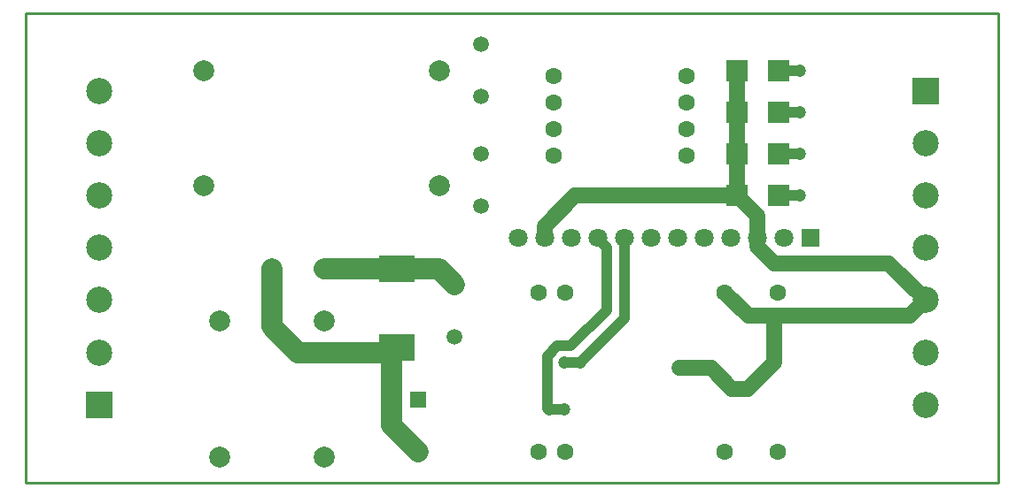
<source format=gtl>
G04 Layer_Physical_Order=1*
G04 Layer_Color=255*
%FSLAX42Y42*%
%MOMM*%
G71*
G01*
G75*
%ADD10R,3.50X2.50*%
%ADD11R,2.00X2.00*%
%ADD12C,1.50*%
%ADD13C,1.00*%
%ADD14C,2.00*%
%ADD15C,0.25*%
%ADD16C,1.50*%
%ADD17R,1.50X1.50*%
%ADD18C,2.00*%
%ADD19C,2.50*%
%ADD20R,2.50X2.50*%
%ADD21R,1.80X1.80*%
%ADD22C,1.80*%
%ADD23C,1.60*%
%ADD24C,1.20*%
D10*
X3550Y1300D02*
D03*
Y2050D02*
D03*
D11*
X7200Y3950D02*
D03*
X6800D02*
D03*
Y3550D02*
D03*
X7200D02*
D03*
Y3150D02*
D03*
X6800D02*
D03*
Y2750D02*
D03*
X7200D02*
D03*
D12*
X6250Y1100D02*
X6550D01*
X6750Y900D01*
X6906Y1600D02*
X7150D01*
X6682Y1824D02*
X6906Y1600D01*
X6992Y2258D02*
Y2350D01*
Y2258D02*
X7150Y2100D01*
X8250D01*
X8600Y1750D01*
X8450Y1600D02*
X8600Y1750D01*
X7150Y1600D02*
X8450D01*
X7150Y1150D02*
Y1600D01*
X6900Y900D02*
X7150Y1150D01*
X6750Y900D02*
X6900D01*
X6800Y3550D02*
Y3950D01*
Y3150D02*
Y3550D01*
Y2750D02*
Y3150D01*
X6992Y2350D02*
Y2558D01*
X6800Y2750D02*
X6992Y2558D01*
X5250Y2750D02*
X6800D01*
X4960Y2460D02*
X5250Y2750D01*
X4960Y2350D02*
Y2460D01*
D13*
X5000Y700D02*
X5150D01*
X5468Y2335D02*
X5550Y2253D01*
X5468Y2335D02*
Y2350D01*
X5550Y1650D02*
Y2253D01*
X5210Y1310D02*
X5550Y1650D01*
X4990Y710D02*
Y1216D01*
X5084Y1310D02*
X5210D01*
X4990Y1216D02*
X5084Y1310D01*
X4990Y710D02*
X5000Y700D01*
X5722Y1572D02*
Y2350D01*
X5300Y1150D02*
X5722Y1572D01*
X5150Y1150D02*
X5300D01*
X7200Y3950D02*
X7400D01*
X7200Y3550D02*
X7400D01*
X7200Y3150D02*
X7400D01*
X7200Y2750D02*
X7400D01*
D14*
X2350Y1500D02*
Y2050D01*
Y1500D02*
X2600Y1250D01*
X3500D01*
X3550Y1300D01*
X3500Y550D02*
Y1250D01*
Y550D02*
X3750Y300D01*
X2850Y2050D02*
X3550D01*
X3950D01*
X4100Y1900D01*
D15*
X0Y0D02*
Y4500D01*
X9300D01*
Y0D02*
Y4500D01*
X0Y0D02*
X9300D01*
D16*
X3750Y300D02*
D03*
X2850Y2050D02*
D03*
X2350D02*
D03*
X4100Y1400D02*
D03*
Y1900D02*
D03*
X4350Y3150D02*
D03*
Y2650D02*
D03*
Y3700D02*
D03*
Y4200D02*
D03*
D17*
X3750Y800D02*
D03*
D18*
X3950Y2850D02*
D03*
X1700D02*
D03*
X3950Y3950D02*
D03*
X1700D02*
D03*
X2850Y1550D02*
D03*
X1850D02*
D03*
X2850Y250D02*
D03*
X1850D02*
D03*
D19*
X700Y1750D02*
D03*
Y1250D02*
D03*
Y2250D02*
D03*
Y2750D02*
D03*
Y3250D02*
D03*
Y3750D02*
D03*
X8600Y2750D02*
D03*
Y3250D02*
D03*
Y2250D02*
D03*
Y1750D02*
D03*
Y1250D02*
D03*
Y750D02*
D03*
D20*
X700D02*
D03*
X8600Y3750D02*
D03*
D21*
X7500Y2350D02*
D03*
D22*
X7246D02*
D03*
X6992D02*
D03*
X6738D02*
D03*
X6484D02*
D03*
X6230D02*
D03*
X5468D02*
D03*
X5722D02*
D03*
X5976D02*
D03*
X4706D02*
D03*
X4960D02*
D03*
X5214D02*
D03*
D23*
X4904Y300D02*
D03*
X5158D02*
D03*
X7190D02*
D03*
Y1824D02*
D03*
X6682D02*
D03*
Y300D02*
D03*
X5158Y1824D02*
D03*
X4904D02*
D03*
X6320Y3900D02*
D03*
Y3646D02*
D03*
Y3392D02*
D03*
Y3138D02*
D03*
X5050D02*
D03*
Y3392D02*
D03*
Y3646D02*
D03*
Y3900D02*
D03*
D24*
X7150Y1150D02*
D03*
X6250Y1100D02*
D03*
X5150Y700D02*
D03*
Y1150D02*
D03*
X5000Y700D02*
D03*
X5300Y1150D02*
D03*
X6750Y900D02*
D03*
X7400Y3950D02*
D03*
Y3550D02*
D03*
Y3150D02*
D03*
Y2750D02*
D03*
X7150Y1600D02*
D03*
M02*

</source>
